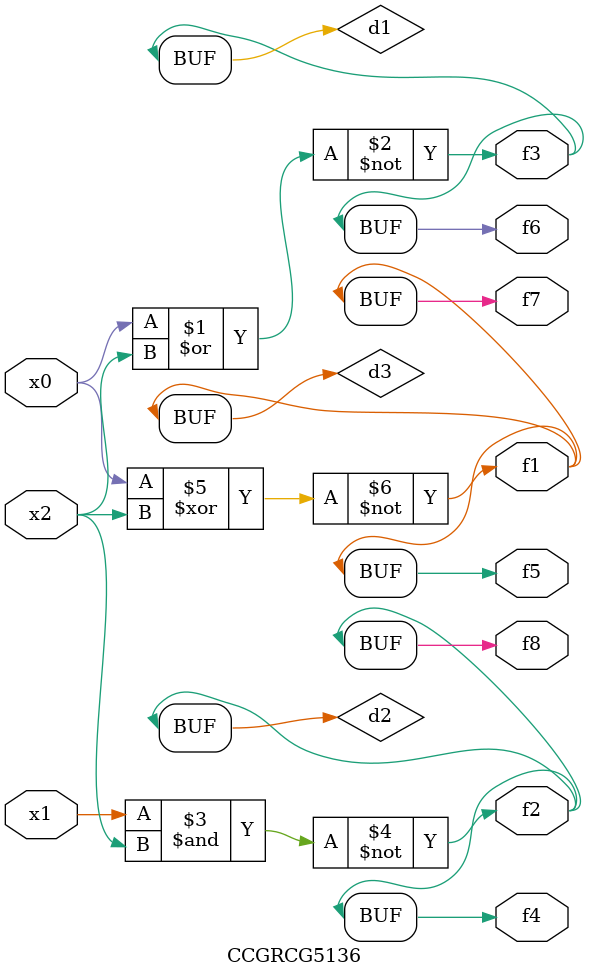
<source format=v>
module CCGRCG5136(
	input x0, x1, x2,
	output f1, f2, f3, f4, f5, f6, f7, f8
);

	wire d1, d2, d3;

	nor (d1, x0, x2);
	nand (d2, x1, x2);
	xnor (d3, x0, x2);
	assign f1 = d3;
	assign f2 = d2;
	assign f3 = d1;
	assign f4 = d2;
	assign f5 = d3;
	assign f6 = d1;
	assign f7 = d3;
	assign f8 = d2;
endmodule

</source>
